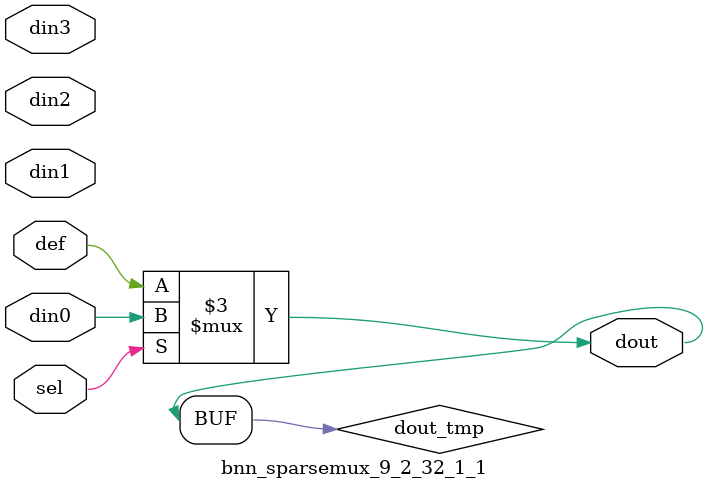
<source format=v>
`timescale 1ns / 1ps

module bnn_sparsemux_9_2_32_1_1 (din0,din1,din2,din3,def,sel,dout);

parameter din0_WIDTH = 1;

parameter din1_WIDTH = 1;

parameter din2_WIDTH = 1;

parameter din3_WIDTH = 1;

parameter def_WIDTH = 1;
parameter sel_WIDTH = 1;
parameter dout_WIDTH = 1;

parameter [sel_WIDTH-1:0] CASE0 = 1;

parameter [sel_WIDTH-1:0] CASE1 = 1;

parameter [sel_WIDTH-1:0] CASE2 = 1;

parameter [sel_WIDTH-1:0] CASE3 = 1;

parameter ID = 1;
parameter NUM_STAGE = 1;



input [din0_WIDTH-1:0] din0;

input [din1_WIDTH-1:0] din1;

input [din2_WIDTH-1:0] din2;

input [din3_WIDTH-1:0] din3;

input [def_WIDTH-1:0] def;
input [sel_WIDTH-1:0] sel;

output [dout_WIDTH-1:0] dout;



reg [dout_WIDTH-1:0] dout_tmp;


always @ (*) begin
(* parallel_case *) case (sel)
    
    CASE0 : dout_tmp = din0;
    
    CASE1 : dout_tmp = din1;
    
    CASE2 : dout_tmp = din2;
    
    CASE3 : dout_tmp = din3;
    
    default : dout_tmp = def;
endcase
end


assign dout = dout_tmp;



endmodule

</source>
